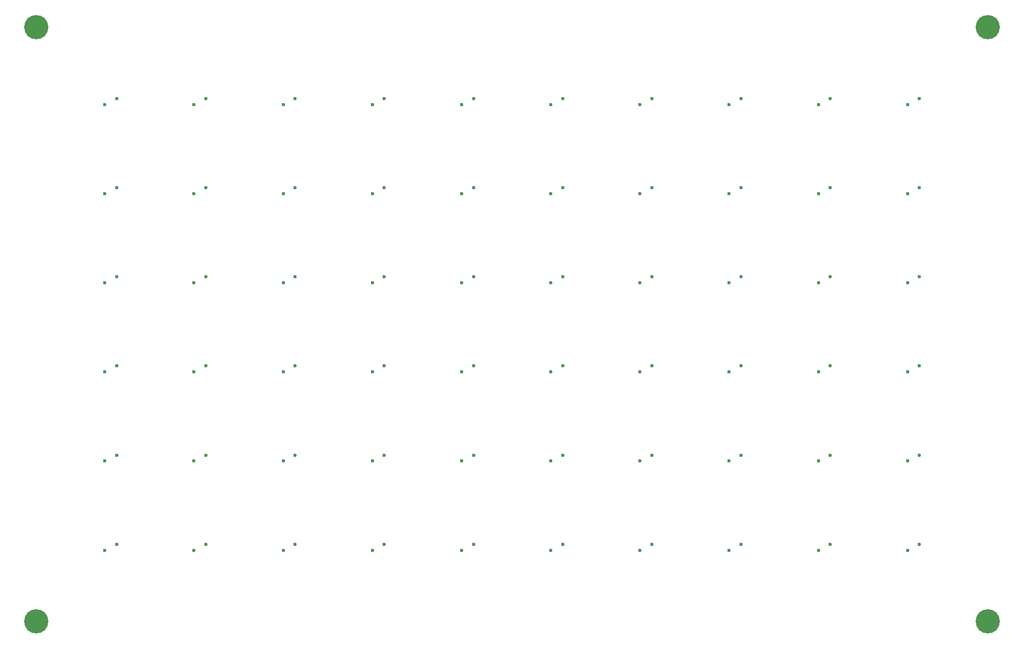
<source format=gbr>
G04 #@! TF.FileFunction,Copper,L2,Bot,Signal*
%FSLAX46Y46*%
G04 Gerber Fmt 4.6, Leading zero omitted, Abs format (unit mm)*
G04 Created by KiCad (PCBNEW 4.0.6) date 10/02/17 09:49:40*
%MOMM*%
%LPD*%
G01*
G04 APERTURE LIST*
%ADD10C,0.100000*%
%ADD11C,4.064000*%
%ADD12C,0.600000*%
G04 APERTURE END LIST*
D10*
D11*
X20000000Y-20000000D03*
X20000000Y-120000000D03*
X180000000Y-20000000D03*
X180000000Y-120000000D03*
D12*
X31500000Y-33000000D03*
X33500000Y-32000000D03*
X31500000Y-48000000D03*
X33500000Y-47000000D03*
X31500000Y-63000000D03*
X33500000Y-62000000D03*
X31500000Y-78000000D03*
X33500000Y-77000000D03*
X31500000Y-93000000D03*
X33500000Y-92000000D03*
X31500000Y-108000000D03*
X33500000Y-107000000D03*
X46500000Y-33000000D03*
X48500000Y-32000000D03*
X46500000Y-48000000D03*
X48500000Y-47000000D03*
X46500000Y-63000000D03*
X48500000Y-62000000D03*
X46500000Y-78000000D03*
X48500000Y-77000000D03*
X46500000Y-93000000D03*
X48500000Y-92000000D03*
X46500000Y-108000000D03*
X48500000Y-107000000D03*
X61500000Y-33000000D03*
X63500000Y-32000000D03*
X61500000Y-48000000D03*
X63500000Y-47000000D03*
X61500000Y-63000000D03*
X63500000Y-62000000D03*
X61500000Y-78000000D03*
X63500000Y-77000000D03*
X61500000Y-93000000D03*
X63500000Y-92000000D03*
X61500000Y-108000000D03*
X63500000Y-107000000D03*
X76500000Y-33000000D03*
X78500000Y-32000000D03*
X76500000Y-48000000D03*
X78500000Y-47000000D03*
X76500000Y-63000000D03*
X78500000Y-62000000D03*
X76500000Y-78000000D03*
X78500000Y-77000000D03*
X76500000Y-93000000D03*
X78500000Y-92000000D03*
X76500000Y-108000000D03*
X78500000Y-107000000D03*
X91500000Y-33000000D03*
X93500000Y-32000000D03*
X91500000Y-48000000D03*
X93500000Y-47000000D03*
X91500000Y-63000000D03*
X93500000Y-62000000D03*
X91500000Y-78000000D03*
X93500000Y-77000000D03*
X91500000Y-93000000D03*
X93500000Y-92000000D03*
X91500000Y-108000000D03*
X93500000Y-107000000D03*
X106500000Y-33000000D03*
X108500000Y-32000000D03*
X106500000Y-48000000D03*
X108500000Y-47000000D03*
X106500000Y-63000000D03*
X108500000Y-62000000D03*
X106500000Y-78000000D03*
X108500000Y-77000000D03*
X106500000Y-93000000D03*
X108500000Y-92000000D03*
X106500000Y-108000000D03*
X108500000Y-107000000D03*
X121500000Y-33000000D03*
X123500000Y-32000000D03*
X121500000Y-48000000D03*
X123500000Y-47000000D03*
X121500000Y-63000000D03*
X123500000Y-62000000D03*
X121500000Y-78000000D03*
X123500000Y-77000000D03*
X121500000Y-93000000D03*
X123500000Y-92000000D03*
X121500000Y-108000000D03*
X123500000Y-107000000D03*
X136500000Y-33000000D03*
X138500000Y-32000000D03*
X136500000Y-48000000D03*
X138500000Y-47000000D03*
X136500000Y-63000000D03*
X138500000Y-62000000D03*
X136500000Y-78000000D03*
X138500000Y-77000000D03*
X136500000Y-93000000D03*
X138500000Y-92000000D03*
X136500000Y-108000000D03*
X138500000Y-107000000D03*
X151500000Y-33000000D03*
X153500000Y-32000000D03*
X151500000Y-48000000D03*
X153500000Y-47000000D03*
X151500000Y-63000000D03*
X153500000Y-62000000D03*
X153500000Y-77000000D03*
X151500000Y-78000000D03*
X151500000Y-93000000D03*
X153500000Y-92000000D03*
X151500000Y-108000000D03*
X153500000Y-107000000D03*
X166500000Y-33000000D03*
X168500000Y-32000000D03*
X166500000Y-48000000D03*
X168500000Y-47000000D03*
X166500000Y-63000000D03*
X168500000Y-62000000D03*
X166500000Y-78000000D03*
X168500000Y-77000000D03*
X166500000Y-93000000D03*
X168500000Y-92000000D03*
X166500000Y-108000000D03*
X168500000Y-107000000D03*
M02*

</source>
